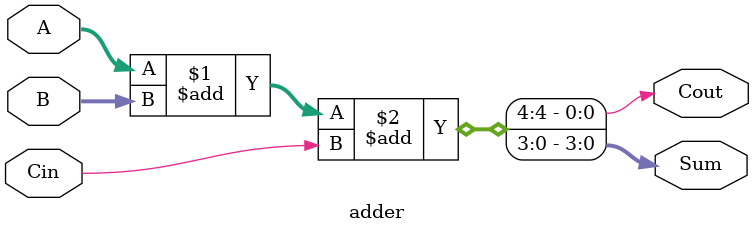
<source format=v>
`timescale 1ns / 1ps


module adder(A,B,Cin,Cout,Sum);
input [3:0] A,B;
input Cin;
output [3:0]Sum;
output Cout;
assign{Cout,Sum} = A+B+Cin;
endmodule

</source>
